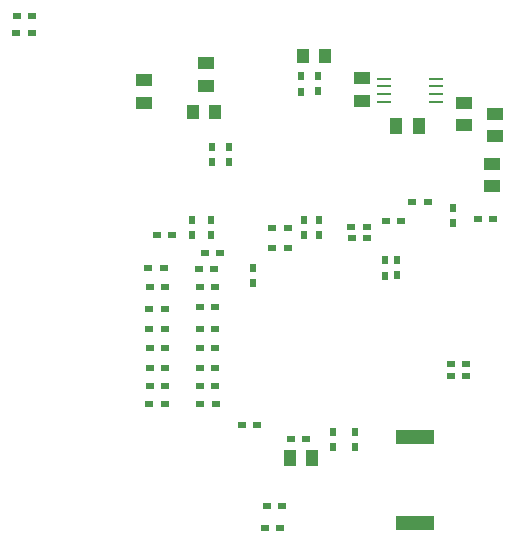
<source format=gbr>
G04 DipTrace 3.3.1.3*
G04 TopPaste.gbr*
%MOIN*%
G04 #@! TF.FileFunction,Paste,Top*
G04 #@! TF.Part,Single*
%AMOUTLINE2*
4,1,4,
0.009843,-0.01378,
-0.009843,-0.01378,
-0.009843,0.01378,
0.009843,0.01378,
0.009843,-0.01378,
0*%
%AMOUTLINE5*
4,1,4,
-0.009843,0.01378,
0.009843,0.01378,
0.009843,-0.01378,
-0.009843,-0.01378,
-0.009843,0.01378,
0*%
%AMOUTLINE8*
4,1,4,
-0.01378,-0.009843,
-0.01378,0.009843,
0.01378,0.009843,
0.01378,-0.009843,
-0.01378,-0.009843,
0*%
%AMOUTLINE11*
4,1,4,
-0.021654,-0.025591,
-0.021654,0.025591,
0.021654,0.025591,
0.021654,-0.025591,
-0.021654,-0.025591,
0*%
%AMOUTLINE14*
4,1,4,
0.01378,0.009843,
0.01378,-0.009843,
-0.01378,-0.009843,
-0.01378,0.009843,
0.01378,0.009843,
0*%
%AMOUTLINE17*
4,1,4,
0.025591,-0.021654,
-0.025591,-0.021654,
-0.025591,0.021654,
0.025591,0.021654,
0.025591,-0.021654,
0*%
%AMOUTLINE20*
4,1,4,
-0.025591,0.021654,
0.025591,0.021654,
0.025591,-0.021654,
-0.025591,-0.021654,
-0.025591,0.021654,
0*%
%ADD47R,0.125984X0.047244*%
%ADD53R,0.019685X0.027559*%
%ADD57R,0.043307X0.051181*%
%ADD59R,0.047244X0.007874*%
%ADD61R,0.047244X0.003937*%
%ADD63R,0.027559X0.019685*%
%ADD65R,0.003937X0.055118*%
%ADD67R,0.055118X0.003937*%
%ADD77OUTLINE2*%
%ADD80OUTLINE5*%
%ADD83OUTLINE8*%
%ADD86OUTLINE11*%
%ADD89OUTLINE14*%
%ADD92OUTLINE17*%
%ADD95OUTLINE20*%
%FSLAX26Y26*%
G04*
G70*
G90*
G75*
G01*
G04 TopPaste*
%LPD*%
D67*
X1288291Y1236852D3*
Y1217167D3*
Y1197482D3*
Y1177797D3*
Y1158112D3*
Y1138427D3*
Y1118741D3*
Y1099056D3*
Y1079371D3*
Y1059686D3*
Y1040001D3*
Y1020316D3*
Y1000631D3*
Y980946D3*
Y961261D3*
Y941576D3*
D65*
X1365063Y864804D3*
X1384748D3*
X1404433D3*
X1424118D3*
X1443803D3*
X1463488D3*
X1483173D3*
X1502858D3*
X1522543D3*
X1542228D3*
X1561913D3*
X1581598D3*
X1601283D3*
X1620969D3*
X1640654D3*
X1660339D3*
D67*
X1737110Y941576D3*
Y961261D3*
Y980946D3*
Y1000631D3*
Y1020316D3*
Y1040001D3*
Y1059686D3*
Y1079371D3*
Y1099056D3*
Y1118741D3*
Y1138427D3*
Y1158112D3*
Y1177797D3*
Y1197482D3*
Y1217167D3*
Y1236852D3*
D65*
X1660339Y1313623D3*
X1640654D3*
X1620969D3*
X1601283D3*
X1581598D3*
X1561913D3*
X1542228D3*
X1522543D3*
X1502858D3*
X1483173D3*
X1463488D3*
X1443803D3*
X1424118D3*
X1404433D3*
X1384748D3*
X1365063D3*
D77*
X1502385Y1440948D3*
Y1492129D3*
D80*
X1549366Y784318D3*
Y733136D3*
D83*
X1408354Y760461D3*
X1459535D3*
D86*
X1405357Y697848D3*
X1480160D3*
D77*
X1763106Y1307161D3*
Y1358343D3*
X1722946Y1305239D3*
Y1356420D3*
D80*
X1622266Y783857D3*
Y732676D3*
D63*
X936944Y876933D3*
X988125D3*
D89*
X1992398Y1011731D3*
X1941217D3*
X1865323Y1550703D3*
X1814142D3*
D63*
X1322873Y463812D3*
X1374054D3*
D89*
X1992937Y970594D3*
X1941756D3*
D63*
X1328924Y535822D3*
X1380105D3*
X938682Y939093D3*
X989864D3*
X938442Y997001D3*
X989623D3*
X937667Y1064626D3*
X988848D3*
X937550Y1125845D3*
X988731D3*
X937239Y1194488D3*
X988420D3*
X933629Y1329362D3*
X984810D3*
X939743Y1267433D3*
X990924D3*
X1106844Y877017D3*
X1158025D3*
X1105301Y1199636D3*
X1156482D3*
D83*
X1102413Y1327845D3*
X1153594D3*
D63*
X1105131Y1127945D3*
X1156312D3*
X1106343Y937781D3*
X1157524D3*
X1105298Y1064190D3*
X1156479D3*
X1105262Y1267445D3*
X1156444D3*
X1105657Y996807D3*
X1156839D3*
D77*
X1500493Y1919738D3*
Y1970919D3*
D61*
X907622Y1796160D3*
Y1776475D3*
Y1756790D3*
Y1737105D3*
Y1717420D3*
X1080850D3*
Y1737105D3*
Y1756790D3*
Y1776475D3*
Y1796160D3*
X1826244Y1743945D3*
Y1718354D3*
Y1692764D3*
Y1667173D3*
Y1641583D3*
Y1615992D3*
X1999472D3*
Y1641583D3*
Y1667173D3*
Y1692764D3*
Y1718354D3*
Y1743945D3*
D59*
X1720541Y1961362D3*
Y1935772D3*
Y1910181D3*
Y1884591D3*
X1893769D3*
Y1910181D3*
Y1935772D3*
Y1961362D3*
D61*
X1200492Y2013487D3*
Y1993802D3*
Y1974117D3*
Y1954432D3*
Y1934747D3*
X1373720D3*
Y1954432D3*
Y1974117D3*
Y1993802D3*
Y2013487D3*
D80*
X1444241Y1969738D3*
Y1918556D3*
D92*
X2077740Y1603168D3*
Y1677971D3*
D57*
X1448404Y2035924D3*
X1523207D3*
D92*
X1984514Y1807180D3*
Y1881983D3*
D95*
X1125492Y2013488D3*
Y1938685D3*
D86*
X1759798Y1803067D3*
X1834601D3*
D92*
X2090850Y1770045D3*
Y1844848D3*
D77*
X1201371Y1683660D3*
Y1734841D3*
D83*
X2032610Y1494428D3*
X2083791D3*
D92*
X919743Y1881799D3*
Y1956602D3*
D80*
X1145119Y1733660D3*
Y1682479D3*
D95*
X1645539Y1963143D3*
Y1888340D3*
D57*
X1082621Y1852411D3*
X1157424D3*
D63*
X1245668Y806354D3*
X1296849D3*
D77*
X1451364Y1440665D3*
Y1491846D3*
D63*
X1346768Y1463677D3*
X1397949D3*
X1347067Y1396398D3*
X1398248D3*
X545223Y2112793D3*
X494042D3*
D83*
X495848Y2171437D3*
X547029D3*
D63*
X1610076Y1467126D3*
X1661257D3*
X1612613Y1429629D3*
X1663794D3*
X961034Y1440615D3*
X1012215D3*
D77*
X1142021Y1441091D3*
Y1492272D3*
X1078535Y1439419D3*
Y1490600D3*
D80*
X1282453Y1331125D3*
Y1279944D3*
D63*
X1122369Y1379740D3*
X1173550D3*
D53*
X1947953Y1479403D3*
Y1530584D3*
D89*
X1776370Y1487024D3*
X1725189D3*
D47*
X1821391Y765825D3*
X1823220Y479757D3*
M02*

</source>
